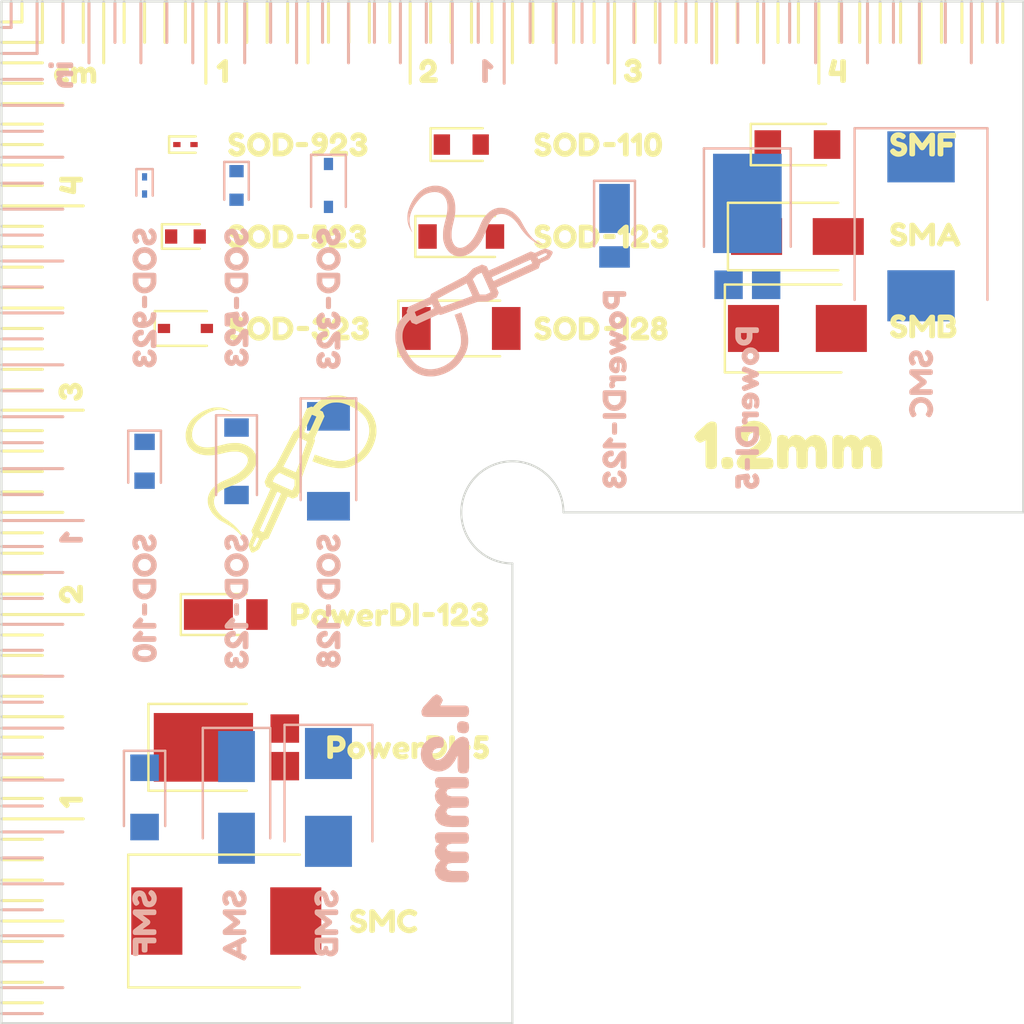
<source format=kicad_pcb>
(kicad_pcb (version 20221018) (generator pcbnew)
  (layers (0 "F.Cu" signal) (31 "B.Cu" signal) (34 "B.Paste" user) (35 "F.Paste" user) (36 "B.SilkS" user "B.Silkscreen") (37 "F.SilkS" user "F.Silkscreen") (38 "B.Mask" user) (39 "F.Mask" user) (44 "Edge.Cuts" user))
  (net 0 "")
  (footprint "kibuzzard-61E037E5" (layer "F.Cu") (at 83.383331 39.1 90)
    (fp_text reference "kibuzzard-61E037E5" hide)
    (fp_text value "G***" hide)
  )
  (footprint "kibuzzard-61E03622" (layer "F.Cu") (at 94.7 27)
    (fp_text reference "kibuzzard-61E03622" hide)
    (fp_text value "G***" hide)
  )
  (footprint "kibuzzard-61E037E9" (layer "F.Cu") (at 83.4 29 90)
    (fp_text reference "kibuzzard-61E037E9" hide)
    (fp_text value "G***" hide)
  )
  (footprint "Symbols_Extra:SolderParty-New-Logo_10x8.5mm_SilkScreen" (layer "F.Cu") (at 94 42.8)
    (fp_text reference "G***" hide)
    (fp_text value "LOGO" hide)
  )
  (footprint "kibuzzard-61E036BC" (layer "F.Cu") (at 99.9 56.5)
    (fp_text reference "kibuzzard-61E036BC" hide)
    (fp_text value "G***" hide)
  )
  (footprint "kibuzzard-61E03619" (layer "F.Cu") (at 94.5 27)
    (fp_text reference "kibuzzard-61E03619" hide)
    (fp_text value "G***" hide)
  )
  (footprint "kibuzzard-61E037E5" (layer "F.Cu") (at 110.9 23.383331)
    (fp_text reference "kibuzzard-61E037E5" hide)
    (fp_text value "G***" hide)
  )
  (footprint "Diode_SMD:D_PowerDI-5" (layer "F.Cu") (at 91 56.5)
    (fp_text reference "PowerDI-5" hide)
    (fp_text value "D_PowerDI-5")
    (pad "1" smd rect (at -1.12 0 180) (size 4.86 3.36) (layers "F.Cu" "F.Paste" "F.Mask"))
    (pad "2" smd rect (at 2.862 -0.92 180) (size 1.4 1.39) (layers "F.Cu" "F.Paste" "F.Mask"))
    (pad "2" smd rect (at 2.862 0.92 180) (size 1.4 1.39) (layers "F.Cu" "F.Paste" "F.Mask"))
  )
  (footprint "kibuzzard-61E0367A" (layer "F.Cu") (at 98.7 65)
    (fp_text reference "kibuzzard-61E0367A" hide)
    (fp_text value "G***" hide)
  )
  (footprint "kibuzzard-61E03622" (layer "F.Cu") (at 94.75 36)
    (fp_text reference "kibuzzard-61E03622" hide)
    (fp_text value "G***" hide)
  )
  (footprint "kibuzzard-61E037E9" (layer "F.Cu") (at 120.9 23.4)
    (fp_text reference "kibuzzard-61E037E9" hide)
    (fp_text value "G***" hide)
  )
  (footprint "kibuzzard-61E03622" (layer "F.Cu") (at 109.75 27)
    (fp_text reference "kibuzzard-61E03622" hide)
    (fp_text value "G***" hide)
  )
  (footprint "Diode_SMD:D_SMA" (layer "F.Cu") (at 118.95 31.5)
    (fp_text reference "SMA" hide)
    (fp_text value "D_SMA")
    (pad "1" smd rect (at -2 0) (size 2.5 1.8) (layers "F.Cu" "F.Paste" "F.Mask"))
    (pad "2" smd rect (at 2 0) (size 2.5 1.8) (layers "F.Cu" "F.Paste" "F.Mask"))
  )
  (footprint "Diode_SMD:D_SOD-110" (layer "F.Cu") (at 102.5 27)
    (fp_text reference "SOD-110" hide)
    (fp_text value "D_SOD-110")
    (pad "1" smd rect (at -0.95 0) (size 0.8 1) (layers "F.Cu" "F.Paste" "F.Mask"))
    (pad "2" smd rect (at 0.95 0) (size 0.8 1) (layers "F.Cu" "F.Paste" "F.Mask"))
  )
  (footprint "kibuzzard-61E0364C" (layer "F.Cu") (at 109.360338 31.5)
    (fp_text reference "kibuzzard-61E0364C" hide)
    (fp_text value "G***" hide)
  )
  (footprint "Diode_SMD:D_SOD-323" (layer "F.Cu") (at 89 36)
    (fp_text reference "SOD-323" hide)
    (fp_text value "D_SOD-323")
    (pad "1" smd rect (at -1.05 0) (size 0.6 0.45) (layers "F.Cu" "F.Paste" "F.Mask"))
    (pad "2" smd rect (at 1.05 0) (size 0.6 0.45) (layers "F.Cu" "F.Paste" "F.Mask"))
  )
  (footprint "kibuzzard-61E03622" (layer "F.Cu") (at 94.75 31.5)
    (fp_text reference "kibuzzard-61E03622" hide)
    (fp_text value "G***" hide)
  )
  (footprint "kibuzzard-61E036AD" (layer "F.Cu") (at 99 50)
    (fp_text reference "kibuzzard-61E036AD" hide)
    (fp_text value "G***" hide)
  )
  (footprint "Diode_SMD:D_SOD-128" (layer "F.Cu") (at 102.5 36)
    (fp_text reference "SOD-128" hide)
    (fp_text value "D_SOD-128")
    (pad "1" smd rect (at -2.2 0) (size 1.4 2.1) (layers "F.Cu" "F.Paste" "F.Mask"))
    (pad "2" smd rect (at 2.2 0) (size 1.4 2.1) (layers "F.Cu" "F.Paste" "F.Mask"))
  )
  (footprint "kibuzzard-61E037E3" (layer "F.Cu") (at 100.9 23.392062)
    (fp_text reference "kibuzzard-61E037E3" hide)
    (fp_text value "G***" hide)
  )
  (footprint "Diode_SMD:D_SOD-523" (layer "F.Cu") (at 89 31.5)
    (fp_text reference "SOD-523" hide)
    (fp_text value "D_SOD-523")
    (pad "1" smd rect (at -0.7 0 180) (size 0.6 0.7) (layers "F.Cu" "F.Paste" "F.Mask"))
    (pad "2" smd rect (at 0.7 0 180) (size 0.6 0.7) (layers "F.Cu" "F.Paste" "F.Mask"))
  )
  (footprint "kibuzzard-61E03622" (layer "F.Cu") (at 102.65 56.5)
    (fp_text reference "kibuzzard-61E03622" hide)
    (fp_text value "G***" hide)
  )
  (footprint "Diode_SMD:D_SMB" (layer "F.Cu") (at 118.95 36)
    (fp_text reference "SMB" hide)
    (fp_text value "D_SMB")
    (pad "1" smd rect (at -2.15 0) (size 2.5 2.3) (layers "F.Cu" "F.Paste" "F.Mask"))
    (pad "2" smd rect (at 2.15 0) (size 2.5 2.3) (layers "F.Cu" "F.Paste" "F.Mask"))
  )
  (footprint "kibuzzard-61E0369A" (layer "F.Cu") (at 109.2 27)
    (fp_text reference "kibuzzard-61E0369A" hide)
    (fp_text value "G***" hide)
  )
  (footprint "Diode_SMD:D_SOD-923" (layer "F.Cu") (at 89 27)
    (fp_text reference "SOD-923" hide)
    (fp_text value "D_SOD-923")
    (pad "1" smd rect (at -0.42 0 180) (size 0.36 0.25) (layers "F.Cu" "F.Paste" "F.Mask"))
    (pad "2" smd rect (at 0.42 0 180) (size 0.36 0.25) (layers "F.Cu" "F.Paste" "F.Mask"))
  )
  (footprint "kibuzzard-61E037D5" (layer "F.Cu") (at 83.6 23.6)
    (fp_text reference "kibuzzard-61E037D5" hide)
    (fp_text value "G***" hide)
  )
  (footprint "kibuzzard-61E03622" (layer "F.Cu") (at 109.75 31.5)
    (fp_text reference "kibuzzard-61E03622" hide)
    (fp_text value "G***" hide)
  )
  (footprint "kibuzzard-61E037DF" (layer "F.Cu") (at 90.8 23.4)
    (fp_text reference "kibuzzard-61E037DF" hide)
    (fp_text value "G***" hide)
  )
  (footprint "Diode_SMD:D_SMC" (layer "F.Cu") (at 91 65)
    (fp_text reference "SMC" hide)
    (fp_text value "D_SMC")
    (pad "1" smd rect (at -3.4 0 90) (size 3.3 2.5) (layers "F.Cu" "F.Paste" "F.Mask"))
    (pad "2" smd rect (at 3.4 0 90) (size 3.3 2.5) (layers "F.Cu" "F.Paste" "F.Mask"))
  )
  (footprint "Diode_SMD:D_PowerDI-123" (layer "F.Cu") (at 90.975 50)
    (fp_text reference "PowerDI-123" hide)
    (fp_text value "D_PowerDI-123")
    (pad "1" smd rect (at -0.85 0 180) (size 2.4 1.5) (layers "F.Cu" "F.Paste" "F.Mask"))
    (pad "2" smd rect (at 1.525 0 180) (size 1.05 1.5) (layers "F.Cu" "F.Paste" "F.Mask"))
  )
  (footprint "kibuzzard-61E03622" (layer "F.Cu") (at 100.9 50)
    (fp_text reference "kibuzzard-61E03622" hide)
    (fp_text value "G***" hide)
  )
  (footprint "Diode_SMD:D_SOD-123" (layer "F.Cu") (at 102.5 31.5)
    (fp_text reference "SOD-123" hide)
    (fp_text value "D_SOD-123")
    (pad "1" smd rect (at -1.65 0) (size 0.9 1.2) (layers "F.Cu" "F.Paste" "F.Mask"))
    (pad "2" smd rect (at 1.65 0) (size 0.9 1.2) (layers "F.Cu" "F.Paste" "F.Mask"))
  )
  (footprint "kibuzzard-61E0363A" (layer "F.Cu") (at 94.476188 31.5)
    (fp_text reference "kibuzzard-61E0363A" hide)
    (fp_text value "G***" hide)
  )
  (footprint "kibuzzard-61E03645" (layer "F.Cu") (at 94.5381 36)
    (fp_text reference "kibuzzard-61E03645" hide)
    (fp_text value "G***" hide)
  )
  (footprint "kibuzzard-61E037E3" (layer "F.Cu") (at 83.392062 49 90)
    (fp_text reference "kibuzzard-61E037E3" hide)
    (fp_text value "G***" hide)
  )
  (footprint "kibuzzard-61E03A08" (layer "F.Cu") (at 118.5 41.7)
    (fp_text reference "kibuzzard-61E03A08" hide)
    (fp_text value "G***" hide)
  )
  (footprint "kibuzzard-61E03622" (layer "F.Cu") (at 109.8 36)
    (fp_text reference "kibuzzard-61E03622" hide)
    (fp_text value "G***" hide)
  )
  (footprint "kibuzzard-61E03653" (layer "F.Cu") (at 109.3397 36)
    (fp_text reference "kibuzzard-61E03653" hide)
    (fp_text value "G***" hide)
  )
  (footprint "kibuzzard-61E03665" (layer "F.Cu") (at 125.107144 35.9)
    (fp_text reference "kibuzzard-61E03665" hide)
    (fp_text value "G***" hide)
  )
  (footprint "kibuzzard-61E03791" (layer "F.Cu") (at 125.1 27)
    (fp_text reference "kibuzzard-61E03791" hide)
    (fp_text value "G***" hide)
  )
  (footprint "kibuzzard-61E037DF" (layer "F.Cu") (at 83.4 59.2 90)
    (fp_text reference "kibuzzard-61E037DF" hide)
    (fp_text value "G***" hide)
  )
  (footprint "Diode_SMD:D_SMF" (layer "F.Cu") (at 118.95 27)
    (fp_text reference "SMF" hide)
    (fp_text value "D_SMF")
    (pad "1" smd rect (at -1.45 0) (size 1.3 1.4) (layers "F.Cu" "F.Paste" "F.Mask"))
    (pad "2" smd rect (at 1.45 0) (size 1.3 1.4) (layers "F.Cu" "F.Paste" "F.Mask"))
  )
  (footprint "kibuzzard-61E0365B" (layer "F.Cu") (at 125.209538 31.4)
    (fp_text reference "kibuzzard-61E0365B" hide)
    (fp_text value "G***" hide)
  )
  (footprint "kibuzzard-61E036BC" (layer "B.Cu") (at 116.500001 39.9 -90)
    (fp_text reference "kibuzzard-61E036BC" hide)
    (fp_text value "G***" hide)
  )
  (footprint "kibuzzard-61E03622" (layer "B.Cu") (at 110.000001 40.9 -90)
    (fp_text reference "kibuzzard-61E03622" hide)
    (fp_text value "G***" hide)
  )
  (footprint "kibuzzard-61E03665" (layer "B.Cu") (at 95.900001 65.107144 -90)
    (fp_text reference "kibuzzard-61E03665" hide)
    (fp_text value "G***" hide)
  )
  (footprint "kibuzzard-61E03653" (layer "B.Cu") (at 96.000001 49.3397 -90)
    (fp_text reference "kibuzzard-61E03653" hide)
    (fp_text value "G***" hide)
  )
  (footprint "Diode_SMD:D_SOD-110" (layer "B.Cu") (at 87.000001 42.5 -90)
    (fp_text reference "SOD-110" hide)
    (fp_text value "D_SOD-110")
    (pad "1" smd rect (at -0.95 0 270) (size 0.8 1) (layers "B.Cu" "B.Paste" "B.Mask"))
    (pad "2" smd rect (at 0.95 0 270) (size 0.8 1) (layers "B.Cu" "B.Paste" "B.Mask"))
  )
  (footprint "kibuzzard-61E03622" (layer "B.Cu") (at 96.000001 49.8 -90)
    (fp_text reference "kibuzzard-61E03622" hide)
    (fp_text value "G***" hide)
  )
  (footprint "Diode_SMD:D_SMB" (layer "B.Cu") (at 96.000001 58.95 -90)
    (fp_text reference "SMB" hide)
    (fp_text value "D_SMB")
    (pad "1" smd rect (at -2.15 0 270) (size 2.5 2.3) (layers "B.Cu" "B.Paste" "B.Mask"))
    (pad "2" smd rect (at 2.15 0 270) (size 2.5 2.3) (layers "B.Cu" "B.Paste" "B.Mask"))
  )
  (footprint "Diode_SMD:D_SOD-923" (layer "B.Cu") (at 87.000001 29 -90)
    (fp_text reference "SOD-923" hide)
    (fp_text value "D_SOD-923")
    (pad "1" smd rect (at -0.42 0 90) (size 0.36 0.25) (layers "B.Cu" "B.Paste" "B.Mask"))
    (pad "2" smd rect (at 0.42 0 90) (size 0.36 0.25) (layers "B.Cu" "B.Paste" "B.Mask"))
  )
  (footprint "kibuzzard-61E03622" (layer "B.Cu") (at 87.000001 49.75 -90)
    (fp_text reference "kibuzzard-61E03622" hide)
    (fp_text value "G***" hide)
  )
  (footprint "kibuzzard-61E0363A" (layer "B.Cu") (at 91.500001 34.476188 -90)
    (fp_text reference "kibuzzard-61E0363A" hide)
    (fp_text value "G***" hide)
  )
  (footprint "Symbols_Extra:SolderParty-New-Logo_10x8.5mm_SilkScreen" (layer "B.Cu") (at 102.800001 34 -90)
    (fp_text reference "G***" hide)
    (fp_text value "LOGO" hide)
  )
  (footprint "kibuzzard-61E03A08" (layer "B.Cu") (at 101.700001 58.5 -90)
    (fp_text reference "kibuzzard-61E03A08" hide)
    (fp_text value "G***" hide)
  )
  (footprint "Diode_SMD:D_SOD-123" (layer "B.Cu") (at 91.500001 42.5 -90)
    (fp_text reference "SOD-123" hide)
    (fp_text value "D_SOD-123")
    (pad "1" smd rect (at -1.65 0 270) (size 0.9 1.2) (layers "B.Cu" "B.Paste" "B.Mask"))
    (pad "2" smd rect (at 1.65 0 270) (size 0.9 1.2) (layers "B.Cu" "B.Paste" "B.Mask"))
  )
  (footprint "kibuzzard-61E0369A" (layer "B.Cu") (at 87.000001 49.2 -90)
    (fp_text reference "kibuzzard-61E0369A" hide)
    (fp_text value "G***" hide)
  )
  (footprint "kibuzzard-61E03622" (layer "B.Cu") (at 116.500001 42.65 -90)
    (fp_text reference "kibuzzard-61E03622" hide)
    (fp_text value "G***" hide)
  )
  (footprint "kibuzzard-61E037DF" (layer "B.Cu") (at 83.399999 46.2 -90)
    (fp_text reference "kibuzzard-61E037DF" hide)
    (fp_text value "G***" hide)
  )
  (footprint "kibuzzard-61E03F3F" (layer "B.Cu") (at 82.9 23.6 -90)
    (fp_text reference "kibuzzard-61E03F3F" hide)
    (fp_text value "G***" hide)
  )
  (footprint "kibuzzard-61E0367A" (layer "B.Cu") (at 125.000001 38.7 -90)
    (fp_text reference "kibuzzard-61E0367A" hide)
    (fp_text value "G***" hide)
  )
  (footprint "Diode_SMD:D_PowerDI-123" (layer "B.Cu") (at 110.000001 30.975 -90)
    (fp_text reference "PowerDI-123" hide)
    (fp_text value "D_PowerDI-123")
    (pad "1" smd rect (at -0.85 0 90) (size 2.4 1.5) (layers "B.Cu" "B.Paste" "B.Mask"))
    (pad "2" smd rect (at 1.525 0 90) (size 1.05 1.5) (layers "B.Cu" "B.Paste" "B.Mask"))
  )
  (footprint "Diode_SMD:D_SMF" (layer "B.Cu") (at 87.000001 58.95 -90)
    (fp_text reference "SMF" hide)
    (fp_text value "D_SMF")
    (pad "1" smd rect (at -1.45 0 270) (size 1.3 1.4) (layers "B.Cu" "B.Paste" "B.Mask"))
    (pad "2" smd rect (at 1.45 0 270) (size 1.3 1.4) (layers "B.Cu" "B.Paste" "B.Mask"))
  )
  (footprint "kibuzzard-61E03622" (layer "B.Cu") (at 87.000001 34.7 -90)
    (fp_text reference "kibuzzard-61E03622" hide)
    (fp_text value "G***" hide)
  )
  (footprint "kibuzzard-61E03622" (layer "B.Cu") (at 91.500001 34.75 -90)
    (fp_text reference "kibuzzard-61E03622" hide)
    (fp_text value "G***" hide)
  )
  (footprint "kibuzzard-61E03645" (layer "B.Cu") (at 96.000001 34.5381 -90)
    (fp_text reference "kibuzzard-61E03645" hide)
    (fp_text value "G***" hide)
  )
  (footprint "kibuzzard-61E03619" (layer "B.Cu") (at 87.000001 34.5 -90)
    (fp_text reference "kibuzzard-61E03619" hide)
    (fp_text value "G***" hide)
  )
  (footprint "kibuzzard-61E03622" (layer "B.Cu") (at 91.500001 49.75 -90)
    (fp_text reference "kibuzzard-61E03622" hide)
    (fp_text value "G***" hide)
  )
  (footprint "kibuzzard-61E036AD" (layer "B.Cu") (at 110.000001 39 -90)
    (fp_text reference "kibuzzard-61E036AD" hide)
    (fp_text value "G***" hide)
  )
  (footprint "kibuzzard-61E037DF" (layer "B.Cu") (at 103.8 23.399999 180)
    (fp_text reference "kibuzzard-61E037DF" hide)
    (fp_text value "G***" hide)
  )
  (footprint "kibuzzard-61E03791" (layer "B.Cu") (at 87.000001 65.1 -90)
    (fp_text reference "kibuzzard-61E03791" hide)
    (fp_text value "G***" hide)
  )
  (footprint "Diode_SMD:D_SOD-323" (layer "B.Cu") (at 96.000001 29 -90)
    (fp_text reference "SOD-323" hide)
    (fp_text value "D_SOD-323")
    (pad "1" smd rect (at -1.05 0 270) (size 0.6 0.45) (layers "B.Cu" "B.Paste" "B.Mask"))
    (pad "2" smd rect (at 1.05 0 270) (size 0.6 0.45) (layers "B.Cu" "B.Paste" "B.Mask"))
  )
  (footprint "Diode_SMD:D_SOD-128" (layer "B.Cu") (at 96.000001 42.5 -90)
    (fp_text reference "SOD-128" hide)
    (fp_text value "D_SOD-128")
    (pad "1" smd rect (at -2.2 0 270) (size 1.4 2.1) (layers "B.Cu" "B.Paste" "B.Mask"))
    (pad "2" smd rect (at 2.2 0 270) (size 1.4 2.1) (layers "B.Cu" "B.Paste" "B.Mask"))
  )
  (footprint "kibuzzard-61E0364C" (layer "B.Cu") (at 91.500001 49.360338 -90)
    (fp_text reference "kibuzzard-61E0364C" hide)
    (fp_text value "G***" hide)
  )
  (footprint "Diode_SMD:D_SMA" (layer "B.Cu") (at 91.500001 58.95 -90)
    (fp_text reference "SMA" hide)
    (fp_text value "D_SMA")
    (pad "1" smd rect (at -2 0 270) (size 2.5 1.8) (layers "B.Cu" "B.Paste" "B.Mask"))
    (pad "2" smd rect (at 2 0 270) (size 2.5 1.8) (layers "B.Cu" "B.Paste" "B.Mask"))
  )
  (footprint "Diode_SMD:D_PowerDI-5" (layer "B.Cu") (at 116.500001 31 -90)
    (fp_text reference "PowerDI-5" hide)
    (fp_text value "D_PowerDI-5")
    (pad "1" smd rect (at -1.12 0 90) (size 4.86 3.36) (layers "B.Cu" "B.Paste" "B.Mask"))
    (pad "2" smd rect (at 2.862 -0.92 90) (size 1.4 1.39) (layers "B.Cu" "B.Paste" "B.Mask"))
    (pad "2" smd rect (at 2.862 0.92 90) (size 1.4 1.39) (layers "B.Cu" "B.Paste" "B.Mask"))
  )
  (footprint "kibuzzard-61E03622" (layer "B.Cu") (at 96.000001 34.75 -90)
    (fp_text reference "kibuzzard-61E03622" hide)
    (fp_text value "G***" hide)
  )
  (footprint "kibuzzard-61E0365B" (layer "B.Cu") (at 91.400001 65.209538 -90)
    (fp_text reference "kibuzzard-61E0365B" hide)
    (fp_text value "G***" hide)
  )
  (footprint "Diode_SMD:D_SMC" (layer "B.Cu") (at 125.000001 31 -90)
    (fp_text reference "SMC" hide)
    (fp_text value "D_SMC")
    (pad "1" smd rect (at -3.4 0 180) (size 3.3 2.5) (layers "B.Cu" "B.Paste" "B.Mask"))
    (pad "2" smd rect (at 3.4 0 180) (size 3.3 2.5) (layers "B.Cu" "B.Paste" "B.Mask"))
  )
  (footprint "Diode_SMD:D_SOD-523" (layer "B.Cu") (at 91.500001 29 -90)
    (fp_text reference "SOD-523" hide)
    (fp_text value "D_SOD-523")
    (pad "1" smd rect (at -0.7 0 90) (size 0.6 0.7) (layers "B.Cu" "B.Paste" "B.Mask"))
    (pad "2" smd rect (at 0.7 0 90) (size 0.6 0.7) (layers "B.Cu" "B.Paste" "B.Mask"))
  )
  (gr_line (start 107.14 20) (end 107.14 22.999999) (stroke (width 0.15)) (layer "B.SilkS"))
  (gr_line (start 122.38 20) (end 122.38 22.999999) (stroke (width 0.15)) (layer "B.SilkS"))
  (gr_line (start 80 68.26) (end 82.999999 68.26) (stroke (width 0.15)) (layer "B.SilkS"))
  (gr_line (start 80 26.35) (end 82 26.35) (stroke (width 0.15)) (layer "B.SilkS"))
  (gr_line (start 80 22.54) (end 81.74 22.54) (stroke (width 0.15)) (layer "B.SilkS"))
  (gr_line (start 113.49 20) (end 113.49 22) (stroke (width 0.15)) (layer "B.SilkS"))
  (gr_line (start 102.06 20) (end 102.06 22.999999) (stroke (width 0.15)) (layer "B.SilkS"))
  (gr_line (start 80 46.67) (end 82 46.67) (stroke (width 0.15)) (layer "B.SilkS"))
  (gr_line (start 80 55.56) (end 82.999999 55.56) (stroke (width 0.15)) (layer "B.SilkS"))
  (gr_line (start 90.63 20) (end 90.63 22) (stroke (width 0.15)) (layer "B.SilkS"))
  (gr_line (start 99.52 20) (end 99.52 22.999999) (stroke (width 0.15)) (layer "B.SilkS"))
  (gr_line (start 81.74 20) (end 81.74 22.54) (stroke (width 0.15)) (layer "B.SilkS"))
  (gr_line (start 80 65.72) (end 82.999999 65.72) (stroke (width 0.15)) (layer "B.SilkS"))
  (gr_line (start 126.19 20) (end 126.19 22) (stroke (width 0.15)) (layer "B.SilkS"))
  (gr_line (start 98.25 20) (end 98.25 22) (stroke (width 0.15)) (layer "B.SilkS"))
  (gr_line (start 80 39.05) (end 82 39.05) (stroke (width 0.15)) (layer "B.SilkS"))
  (gr_line (start 80 35.24) (end 82.999999 35.24) (stroke (width 0.15)) (layer "B.SilkS"))
  (gr_line (start 80 27.62) (end 82.999999 27.62) (stroke (width 0.15)) (layer "B.SilkS"))
  (gr_line (start 80 51.75) (end 82 51.75) (stroke (width 0.15)) (layer "B.SilkS"))
  (gr_line (start 114.76 20) (end 114.76 22.999999) (stroke (width 0.15)) (layer "B.SilkS"))
  (gr_line (start 127.46 20) (end 127.46 22.999999) (stroke (width 0.15)) (layer "B.SilkS"))
  (gr_line (start 84.28 20) (end 84.28 22.999999) (stroke (width 0.15)) (layer "B.SilkS"))
  (gr_line (start 117.3 20) (end 117.3 22.999999) (stroke (width 0.15)) (layer "B.SilkS"))
  (gr_line (start 85.55 20) (end 85.55 22) (stroke (width 0.15)) (layer "B.SilkS"))
  (gr_line (start 80 61.91) (end 82 61.91) (stroke (width 0.15)) (layer "B.SilkS"))
  (gr_line (start 80 25.08) (end 82.999999 25.08) (stroke (width 0.15)) (layer "B.SilkS"))
  (gr_line (start 80 66.99) (end 82 66.99) (stroke (width 0.15)) (layer "B.SilkS"))
  (gr_line (start 80 28.89) (end 82 28.89) (stroke (width 0.15)) (layer "B.SilkS"))
  (gr_line (start 108.41 20) (end 108.41 22) (stroke (width 0.15)) (layer "B.SilkS"))
  (gr_line (start 94.44 20) (end 94.44 22.999999) (stroke (width 0.15)) (layer "B.SilkS"))
  (gr_line (start 83.01 20) (end 83.01 22) (stroke (width 0.15)) (layer "B.SilkS"))
  (gr_line (start 80 59.37) (end 82 59.37) (stroke (width 0.15)) (layer "B.SilkS"))
  (gr_line (start 80 41.59) (end 82 41.59) (stroke (width 0.15)) (layer "B.SilkS"))
  (gr_line (start 109.68 20) (end 109.68 22.999999) (stroke (width 0.15)) (layer "B.SilkS"))
  (gr_line (start 80 36.51) (end 82 36.51) (stroke (width 0.15)) (layer "B.SilkS"))
  (gr_line (start 80.47 20) (end 80.47 21.27) (stroke (width 0.15)) (layer "B.SilkS"))
  (gr_line (start 80 40.32) (end 82.999999 40.32) (stroke (width 0.15)) (layer "B.SilkS"))
  (gr_line (start 89.36 20) (end 89.36 22.999999) (stroke (width 0.15)) (layer "B.SilkS"))
  (gr_line (start 95.71 20) (end 95.71 22) (stroke (width 0.15)) (layer "B.SilkS"))
  (gr_line (start 124.92 20) (end 124.92 22.999999) (stroke (width 0.15)) (layer "B.SilkS"))
  (gr_line (start 80 23.81) (end 82 23.81) (stroke (width 0.15)) (layer "B.SilkS"))
  (gr_line (start 88.09 20) (end 88.09 22) (stroke (width 0.15)) (layer "B.SilkS"))
  (gr_line (start 80 31.43) (end 82 31.43) (stroke (width 0.15)) (layer "B.SilkS"))
  (gr_line (start 80 32.7) (end 82.999999 32.7) (stroke (width 0.15)) (layer "B.SilkS"))
  (gr_line (start 110.95 20) (end 110.95 22) (stroke (width 0.15)) (layer "B.SilkS"))
  (gr_line (start 103.33 20) (end 103.33 22) (stroke (width 0.15)) (layer "B.SilkS"))
  (gr_line (start 80 30.16) (end 82.999999 30.16) (stroke (width 0.15)) (layer "B.SilkS"))
  (gr_line (start 80 44.13) (end 82 44.13) (stroke (width 0.15)) (layer "B.SilkS"))
  (gr_line (start 80 42.86) (end 82.999999 42.86) (stroke (width 0.15)) (layer "B.SilkS"))
  (gr_line (start 80 64.45) (end 82 64.45) (stroke (width 0.15)) (layer "B.SilkS"))
  (gr_line (start 112.22 20) (end 112.22 22.999999) (stroke (width 0.15)) (layer "B.SilkS"))
  (gr_line (start 80 60.64) (end 82.999999 60.64) (stroke (width 0.15)) (layer "B.SilkS"))
  (gr_line (start 80 47.94) (end 82.999999 47.94) (stroke (width 0.15)) (layer "B.SilkS"))
  (gr_line (start 80 37.78) (end 82.999999 37.78) (stroke (width 0.15)) (layer "B.SilkS"))
  (gr_line (start 121.11 20) (end 121.11 22) (stroke (width 0.15)) (layer "B.SilkS"))
  (gr_line (start 104.6 20) (end 104.6 23.999999) (stroke (width 0.15)) (layer "B.SilkS"))
  (gr_line (start 80 49.21) (end 82 49.21) (stroke (width 0.15)) (layer "B.SilkS"))
  (gr_line (start 80 69.53) (end 82 69.53) (stroke (width 0.15)) (layer "B.SilkS"))
  (gr_line (start 116.03 20) (end 116.03 22) (stroke (width 0.15)) (layer "B.SilkS"))
  (gr_line (start 80 58.1) (end 82.999999 58.1) (stroke (width 0.15)) (layer "B.SilkS"))
  (gr_line (start 105.87 20) (end 105.87 22) (stroke (width 0.15)) (layer "B.SilkS"))
  (gr_line (start 80 45.4) (end 83.999999 45.4) (stroke (width 0.15)) (layer "B.SilkS"))
  (gr_line (start 80 21.27) (end 80.47 21.27) (stroke (width 0.15)) (layer "B.SilkS"))
  (gr_line (start 80 63.18) (end 82.999999 63.18) (stroke (width 0.15)) (layer "B.SilkS"))
  (gr_line (start 118.57 20) (end 118.57 22) (stroke (width 0.15)) (layer "B.SilkS"))
  (gr_line (start 86.82 20) (end 86.82 22.999999) (stroke (width 0.15)) (layer "B.SilkS"))
  (gr_line (start 80 50.48) (end 82.999999 50.48) (stroke (width 0.15)) (layer "B.SilkS"))
  (gr_line (start 80 54.29) (end 82 54.29) (stroke (width 0.15)) (layer "B.SilkS"))
  (gr_line (start 80 33.97) (end 82 33.97) (stroke (width 0.15)) (layer "B.SilkS"))
  (gr_line (start 80 56.83) (end 82 56.83) (stroke (width 0.15)) (layer "B.SilkS"))
  (gr_line (start 91.9 20) (end 91.9 22.999999) (stroke (width 0.15)) (layer "B.SilkS"))
  (gr_line (start 128.73 20) (end 128.73 22) (stroke (width 0.15)) (layer "B.SilkS"))
  (gr_line (start 93.17 20) (end 93.17 22) (stroke (width 0.15)) (layer "B.SilkS"))
  (gr_line (start 96.98 20) (end 96.98 22.999999) (stroke (width 0.15)) (layer "B.SilkS"))
  (gr_line (start 123.65 20) (end 123.65 22) (stroke (width 0.15)) (layer "B.SilkS"))
  (gr_line (start 80 53.02) (end 82.999999 53.02) (stroke (width 0.15)) (layer "B.SilkS"))
  (gr_line (start 100.79 20) (end 100.79 22) (stroke (width 0.15)) (layer "B.SilkS"))
  (gr_line (start 119.84 20) (end 119.84 22.999999) (stroke (width 0.15)) (layer "B.SilkS"))
  (gr_line (start 108 20) (end 108 22) (stroke (width 0.15)) (layer "F.SilkS"))
  (gr_line (start 123 20) (end 123 22) (stroke (width 0.15)) (layer "F.SilkS"))
  (gr_line (start 109 20) (end 109 22) (stroke (width 0.15)) (layer "F.SilkS"))
  (gr_line (start 80 23) (end 82 23) (stroke (width 0.15)) (layer "F.SilkS"))
  (gr_line (start 119 20) (end 119 22) (stroke (width 0.15)) (layer "F.SilkS"))
  (gr_line (start 106 20) (end 106 22) (stroke (width 0.15)) (layer "F.SilkS"))
  (gr_line (start 80 52) (end 82 52) (stroke (width 0.15)) (layer "F.SilkS"))
  (gr_line (start 80 47) (end 82 47) (stroke (width 0.15)) (layer "F.SilkS"))
  (gr_line (start 80 44) (end 82 44) (stroke (width 0.15)) (layer "F.SilkS"))
  (gr_line (start 90 20) (end 90 24) (stroke (width 0.15)) (layer "F.SilkS"))
  (gr_line (start 96 20) (end 96 22) (stroke (width 0.15)) (layer "F.SilkS"))
  (gr_line (start 80 61) (end 82 61) (stroke (width 0.15)) (layer "F.SilkS"))
  (gr_line (start 80 59) (end 82 59) (stroke (width 0.15)) (layer "F.SilkS"))
  (gr_line (start 80 38) (end 82 38) (stroke (width 0.15)) (layer "F.SilkS"))
  (gr_line (start 80 45) (end 83 45) (stroke (width 0.15)) (layer "F.SilkS"))
  (gr_line (start 125 20) (end 125 23) (stroke (width 0.15)) (layer "F.SilkS"))
  (gr_line (start 129 20) (end 129 22) (stroke (width 0.15)) (layer "F.SilkS"))
  (gr_line (start 105 20) (end 105 23) (stroke (width 0.15)) (layer "F.SilkS"))
  (gr_line (start 80 35) (end 83 35) (stroke (width 0.15)) (layer "F.SilkS"))
  (gr_line (start 80 58) (end 82 58) (stroke (width 0.15)) (layer "F.SilkS"))
  (gr_line (start 85 20) (end 85 23) (stroke (width 0.15)) (layer "F.SilkS"))
  (gr_line (start 102 20) (end 102 22) (stroke (width 0.15)) (layer "F.SilkS"))
  (gr_line (start 86 20) (end 86 22) (stroke (width 0.15)) (layer "F.SilkS"))
  (gr_line (start 80 48) (end 82 48) (stroke (width 0.15)) (layer "F.SilkS"))
  (gr_line (start 80 24) (end 82 24) (stroke (width 0.15)) (layer "F.SilkS"))
  (gr_line (start 82 20) (end 82 22) (stroke (width 0.15)) (layer "F.SilkS"))
  (gr_line (start 128 20) (end 128 22) (stroke (width 0.15)) (layer "F.SilkS"))
  (gr_line (start 122 20) (end 122 22) (stroke (width 0.15)) (layer "F.SilkS"))
  (gr_line (start 93 20) (end 93 22) (stroke (width 0.15)) (layer "F.SilkS"))
  (gr_line (start 87 20) (end 87 22) (stroke (width 0.15)) (layer "F.SilkS"))
  (gr_line (start 80 36) (end 82 36) (stroke (width 0.15)) (layer "F.SilkS"))
  (gr_line (start 91 20) (end 91 22) (stroke (width 0.15)) (layer "F.SilkS"))
  (gr_line (start 80 28) (end 82 28) (stroke (width 0.15)) (layer "F.SilkS"))
  (gr_line (start 116 20) (end 116 22) (stroke (width 0.15)) (layer "F.SilkS"))
  (gr_line (start 80 22) (end 82 22) (stroke (width 0.15)) (layer "F.SilkS"))
  (gr_line (start 80 31) (end 82 31) (stroke (width 0.15)) (layer "F.SilkS"))
  (gr_line (start 80 21) (end 81 21) (stroke (width 0.15)) (layer "F.SilkS"))
  (gr_line (start 80 32) (end 82 32) (stroke (width 0.15)) (layer "F.SilkS"))
  (gr_line (start 80 33) (end 82 33) (stroke (width 0.15)) (layer "F.SilkS"))
  (gr_line (start 95 20) (end 95 23) (stroke (width 0.15)) (layer "F.SilkS"))
  (gr_line (start 99 20) (end 99 22) (stroke (width 0.15)) (layer "F.SilkS"))
  (gr_line (start 80 39) (end 82 39) (stroke (width 0.15)) (layer "F.SilkS"))
  (gr_line (start 117 20) (end 117 22) (stroke (width 0.15)) (layer "F.SilkS"))
  (gr_line (start 98 20) (end 98 22) (stroke (width 0.15)) (layer "F.SilkS"))
  (gr_line (start 80 69) (end 82 69) (stroke (width 0.15)) (layer "F.SilkS"))
  (gr_line (start 80 49) (end 82 49) (stroke (width 0.15)) (layer "F.SilkS"))
  (gr_line (start 80 42) (end 82 42) (stroke (width 0.15)) (layer "F.SilkS"))
  (gr_line (start 80 46) (end 82 46) (stroke (width 0.15)) (layer "F.SilkS"))
  (gr_line (start 80 40) (end 84 40) (stroke (width 0.15)) (layer "F.SilkS"))
  (gr_line (start 120 20) (end 120 24) (stroke (width 0.15)) (layer "F.SilkS"))
  (gr_line (start 115 20) (end 115 23) (stroke (width 0.15)) (layer "F.SilkS"))
  (gr_line (start 80 54) (end 82 54) (stroke (width 0.15)) (layer "F.SilkS"))
  (gr_line (start 80 37) (end 82 37) (stroke (width 0.15)) (layer "F.SilkS"))
  (gr_line (start 80 66) (end 82 66) (stroke (width 0.15)) (layer "F.SilkS"))
  (gr_line (start 97 20) (end 97 22) (stroke (width 0.15)) (layer "F.SilkS"))
  (gr_line (start 80 43) (end 82 43) (stroke (width 0.15)) (layer "F.SilkS"))
  (gr_line (start 80 51) (end 82 51) (stroke (width 0.15)) (layer "F.SilkS"))
  (gr_line (start 107 20) (end 107 22) (stroke (width 0.15)) (layer "F.SilkS"))
  (gr_line (start 80 50) (end 84 50) (stroke (width 0.15)) (layer "F.SilkS"))
  (gr_line (start 80 62) (end 82 62) (stroke (width 0.15)) (layer "F.SilkS"))
  (gr_line (start 88 20) (end 88 22) (stroke (width 0.15)) (layer "F.SilkS"))
  (gr_line (start 80 25) (end 83 24.999999) (stroke (width 0.15)) (layer "F.SilkS"))
  (gr_line (start 80 53) (end 82 53) (stroke (width 0.15)) (layer "F.SilkS"))
  (gr_line (start 80 41) (end 82 41) (stroke (width 0.15)) (layer "F.SilkS"))
  (gr_line (start 80 68) (end 82 68) (stroke (width 0.15)) (layer "F.SilkS"))
  (gr_line (start 104 20) (end 104 22) (stroke (width 0.15)) (layer "F.SilkS"))
  (gr_line (start 112 20) (end 112 22) (stroke (width 0.15)) (layer "F.SilkS"))
  (gr_line (start 124 20) (end 124 22) (stroke (width 0.15)) (layer "F.SilkS"))
  (gr_line (start 80 26) (end 82 26) (stroke (width 0.15)) (layer "F.SilkS"))
  (gr_line (start 80 64) (end 82 64) (stroke (width 0.15)) (layer "F.SilkS"))
  (gr_line (start 110 20) (end 110 24) (stroke (width 0.15)) (layer "F.SilkS"))
  (gr_line (start 80 27) (end 82 27) (stroke (width 0.15)) (layer "F.SilkS"))
  (gr_line (start 80 67) (end 82 67) (stroke (width 0.15)) (layer "F.SilkS"))
  (gr_line (start 118 20) (end 118 22) (stroke (width 0.15)) (layer "F.SilkS"))
  (gr_line (start 80 55) (end 83 55) (stroke (width 0.15)) (layer "F.SilkS"))
  (gr_line (start 127 20) (end 127 22) (stroke (width 0.15)) (layer "F.SilkS"))
  (gr_line (start 103 20) (end 103 22) (stroke (width 0.15)) (layer "F.SilkS"))
  (gr_line (start 126 20) (end 126 22) (stroke (width 0.15)) (layer "F.SilkS"))
  (gr_line (start 80 34) (end 82 34) (stroke (width 0.15)) (layer "F.SilkS"))
  (gr_line (start 100 20) (end 100 24) (stroke (width 0.15)) (layer "F.SilkS"))
  (gr_line (start 80 60) (end 84 60) (stroke (width 0.15)) (layer "F.SilkS"))
  (gr_line (start 114 20) (end 114 22) (stroke (width 0.15)) (layer "F.SilkS"))
  (gr_line (start 81 20) (end 81 21) (stroke (width 0.15)) (layer "F.SilkS"))
  (gr_line (start 80 57) (end 82 57) (stroke (width 0.15)) (layer "F.SilkS"))
  (gr_line (start 80 63) (end 82 63) (stroke (width 0.15)) (layer "F.SilkS"))
  (gr_line (start 80 29) (end 82 29) (stroke (width 0.15)) (layer "F.SilkS"))
  (gr_line (start 101 20) (end 101 22) (stroke (width 0.15)) (layer "F.SilkS"))
  (gr_line (start 113 20) (end 113 22) (stroke (width 0.15)) (layer "F.SilkS"))
  (gr_line (start 84 20) (end 84 22) (stroke (width 0.15)) (layer "F.SilkS"))
  (gr_line (start 94 20) (end 94 22) (stroke (width 0.15)) (layer "F.SilkS"))
  (gr_line (start 111 20) (end 111 22) (stroke (width 0.15)) (layer "F.SilkS"))
  (gr_line (start 80 30) (end 84 30) (stroke (width 0.15)) (layer "F.SilkS"))
  (gr_line (start 89 20) (end 89 22) (stroke (width 0.15)) (layer "F.SilkS"))
  (gr_line (start 83 20) (end 83 22) (stroke (width 0.15)) (layer "F.SilkS"))
  (gr_line (start 121 20) (end 121 22) (stroke (width 0.15)) (layer "F.SilkS"))
  (gr_line (start 92 20) (end 92 22) (stroke (width 0.15)) (layer "F.SilkS"))
  (gr_line (start 80 56) (end 82 56) (stroke (width 0.15)) (layer "F.SilkS"))
  (gr_line (start 80 65) (end 83 65.000001) (stroke (width 0.15)) (layer "F.SilkS"))
  (gr_line (start 130 45) (end 107.5 45) (stroke (width 0.1)) (layer "Edge.Cuts"))
  (gr_line (start 105 47.5) (end 105 70) (stroke (width 0.1)) (layer "Edge.Cuts"))
  (gr_line (start 130 20) (end 130 45) (stroke (width 0.1)) (layer "Edge.Cuts"))
  (gr_arc (start 105 47.5) (mid 103.232233 43.232233) (end 107.5 45) (stroke (width 0.1)) (layer "Edge.Cuts"))
  (gr_line (start 105 70) (end 80 70) (stroke (width 0.1)) (layer "Edge.Cuts"))
  (gr_line (start 80 20) (end 130 20) (stroke (width 0.1)) (layer "Edge.Cuts"))
  (gr_line (start 80 70) (end 80 20) (stroke (width 0.1)) (layer "Edge.Cuts"))
)
</source>
